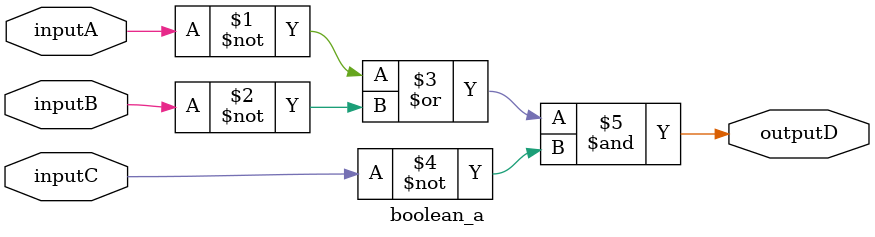
<source format=v>
`timescale 1ns / 1ps

module boolean_a(
    input inputA,
    input inputB,
    input inputC,
    output outputD
    );
    
    assign outputD = (((~inputA)|(~inputB)))&(~inputC); //(A)

endmodule

</source>
